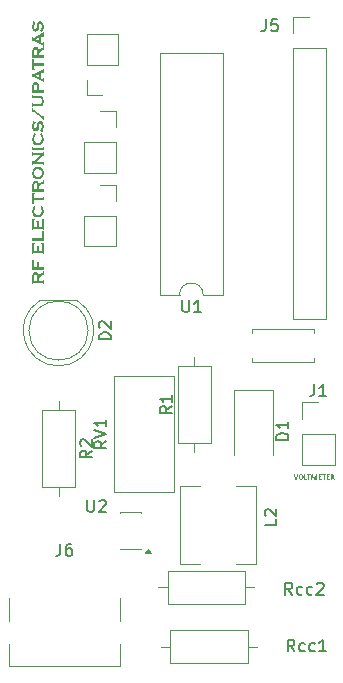
<source format=gbr>
%TF.GenerationSoftware,KiCad,Pcbnew,9.0.7*%
%TF.CreationDate,2026-02-13T16:28:25+02:00*%
%TF.ProjectId,second,7365636f-6e64-42e6-9b69-6361645f7063,rev?*%
%TF.SameCoordinates,Original*%
%TF.FileFunction,Legend,Top*%
%TF.FilePolarity,Positive*%
%FSLAX46Y46*%
G04 Gerber Fmt 4.6, Leading zero omitted, Abs format (unit mm)*
G04 Created by KiCad (PCBNEW 9.0.7) date 2026-02-13 16:28:25*
%MOMM*%
%LPD*%
G01*
G04 APERTURE LIST*
%ADD10C,0.125000*%
%ADD11C,0.200000*%
%ADD12C,0.150000*%
%ADD13C,0.120000*%
G04 APERTURE END LIST*
D10*
G36*
X111168117Y-129599215D02*
G01*
X111163660Y-129608619D01*
X111154775Y-129614053D01*
X111138045Y-129616434D01*
X111110415Y-129616953D01*
X111086998Y-129616770D01*
X111070450Y-129615915D01*
X111059337Y-129613900D01*
X111052163Y-129610481D01*
X111047736Y-129605535D01*
X111044836Y-129598177D01*
X110913311Y-129206931D01*
X110908365Y-129187483D01*
X110908855Y-129181019D01*
X110911784Y-129176736D01*
X110916963Y-129174029D01*
X110926286Y-129172309D01*
X110954985Y-129171454D01*
X110979592Y-129172157D01*
X110993239Y-129174538D01*
X110999895Y-129179637D01*
X111003497Y-129188155D01*
X111111086Y-129528599D01*
X111111422Y-129528599D01*
X111216966Y-129189864D01*
X111220385Y-129180491D01*
X111227377Y-129174874D01*
X111241573Y-129172157D01*
X111266852Y-129171454D01*
X111291246Y-129172493D01*
X111299036Y-129174418D01*
X111303214Y-129177438D01*
X111305291Y-129181898D01*
X111305259Y-129188521D01*
X111299978Y-129207602D01*
X111168117Y-129599215D01*
G37*
G36*
X111574173Y-129167183D02*
G01*
X111603557Y-129171717D01*
X111629492Y-129178904D01*
X111654035Y-129189540D01*
X111675322Y-129203167D01*
X111693728Y-129219845D01*
X111709174Y-129239363D01*
X111722173Y-129262456D01*
X111732654Y-129289637D01*
X111739702Y-129318019D01*
X111744212Y-129350950D01*
X111745812Y-129389075D01*
X111744190Y-129425547D01*
X111739542Y-129458162D01*
X111732135Y-129487352D01*
X111721308Y-129515308D01*
X111707752Y-129539688D01*
X111691499Y-129560900D01*
X111672235Y-129579316D01*
X111650090Y-129594643D01*
X111624729Y-129606970D01*
X111597762Y-129615544D01*
X111567258Y-129620929D01*
X111532680Y-129622815D01*
X111498436Y-129621192D01*
X111468611Y-129616593D01*
X111442646Y-129609351D01*
X111418125Y-129598604D01*
X111396912Y-129584915D01*
X111378624Y-129568227D01*
X111363338Y-129548700D01*
X111350497Y-129525457D01*
X111340186Y-129497946D01*
X111333346Y-129469240D01*
X111328955Y-129435789D01*
X111327394Y-129396921D01*
X111327586Y-129392677D01*
X111421672Y-129392677D01*
X111423114Y-129427824D01*
X111427137Y-129457524D01*
X111434702Y-129484789D01*
X111445577Y-129506708D01*
X111460760Y-129524694D01*
X111480412Y-129537849D01*
X111503997Y-129545669D01*
X111535397Y-129548565D01*
X111566762Y-129545291D01*
X111590749Y-129536323D01*
X111610828Y-129521825D01*
X111626591Y-129502953D01*
X111638098Y-129480505D01*
X111645887Y-129453769D01*
X111650087Y-129425159D01*
X111651535Y-129394021D01*
X111650103Y-129360132D01*
X111646070Y-129330884D01*
X111638468Y-129303952D01*
X111627446Y-129282219D01*
X111612168Y-129264304D01*
X111592459Y-129250925D01*
X111568888Y-129242825D01*
X111537809Y-129239842D01*
X111506457Y-129243163D01*
X111482458Y-129252268D01*
X111462341Y-129266824D01*
X111446584Y-129285455D01*
X111435094Y-129307571D01*
X111427289Y-129333968D01*
X111423108Y-129362174D01*
X111421672Y-129392677D01*
X111327586Y-129392677D01*
X111329004Y-129361400D01*
X111333634Y-129329412D01*
X111341041Y-129300567D01*
X111351873Y-129272939D01*
X111365436Y-129248787D01*
X111381707Y-129227722D01*
X111400956Y-129209385D01*
X111423102Y-129194056D01*
X111448477Y-129181652D01*
X111475457Y-129172967D01*
X111506066Y-129167507D01*
X111540862Y-129165593D01*
X111574173Y-129167183D01*
G37*
G36*
X112064427Y-129577356D02*
G01*
X112063572Y-129594636D01*
X112061008Y-129606298D01*
X112056734Y-129612954D01*
X112050750Y-129615000D01*
X111848211Y-129615000D01*
X111837689Y-129613291D01*
X111829221Y-129608344D01*
X111823681Y-129600162D01*
X111821558Y-129586667D01*
X111821558Y-129185773D01*
X111823756Y-129179667D01*
X111831114Y-129175210D01*
X111844945Y-129172493D01*
X111866652Y-129171454D01*
X111888511Y-129172493D01*
X111902189Y-129175210D01*
X111909516Y-129179637D01*
X111911745Y-129185773D01*
X111911745Y-129540750D01*
X112050750Y-129540750D01*
X112056734Y-129542643D01*
X112061008Y-129548779D01*
X112063572Y-129560075D01*
X112064427Y-129577356D01*
G37*
G36*
X112360389Y-129210717D02*
G01*
X112359534Y-129227814D01*
X112356969Y-129239201D01*
X112352695Y-129245582D01*
X112347077Y-129247658D01*
X112236405Y-129247658D01*
X112236405Y-129602665D01*
X112234176Y-129608802D01*
X112226849Y-129613229D01*
X112212988Y-129615915D01*
X112191311Y-129616953D01*
X112169604Y-129615915D01*
X112155774Y-129613229D01*
X112148416Y-129608802D01*
X112146218Y-129602665D01*
X112146218Y-129247658D01*
X112035546Y-129247658D01*
X112029745Y-129245582D01*
X112025654Y-129239201D01*
X112023089Y-129227814D01*
X112022234Y-129210717D01*
X112023089Y-129193101D01*
X112025654Y-129181530D01*
X112029745Y-129175301D01*
X112035546Y-129173408D01*
X112347077Y-129173408D01*
X112352695Y-129175301D01*
X112356969Y-129181530D01*
X112359534Y-129193101D01*
X112360389Y-129210717D01*
G37*
G36*
X112927704Y-129602635D02*
G01*
X112925811Y-129608771D01*
X112919002Y-129613198D01*
X112905844Y-129615915D01*
X112885022Y-129616953D01*
X112864506Y-129615915D01*
X112851530Y-129613198D01*
X112844722Y-129608771D01*
X112842677Y-129602635D01*
X112842677Y-129243750D01*
X112841974Y-129243750D01*
X112713900Y-129602268D01*
X112709442Y-129609626D01*
X112701077Y-129614236D01*
X112687582Y-129616434D01*
X112667768Y-129616953D01*
X112647954Y-129616099D01*
X112634460Y-129613381D01*
X112626094Y-129608771D01*
X112622003Y-129602268D01*
X112498386Y-129243750D01*
X112497684Y-129243750D01*
X112497684Y-129602635D01*
X112495791Y-129608771D01*
X112488799Y-129613198D01*
X112475641Y-129615915D01*
X112454972Y-129616953D01*
X112434486Y-129615915D01*
X112421327Y-129613198D01*
X112414488Y-129608771D01*
X112412626Y-129602635D01*
X112412626Y-129209221D01*
X112415111Y-129193366D01*
X112421846Y-129182629D01*
X112432344Y-129175814D01*
X112446454Y-129173408D01*
X112505194Y-129173408D01*
X112532183Y-129175973D01*
X112542861Y-129179463D01*
X112551661Y-129184521D01*
X112559106Y-129191329D01*
X112565339Y-129200214D01*
X112574895Y-129224241D01*
X112670516Y-129487291D01*
X112671890Y-129487291D01*
X112770930Y-129224913D01*
X112780639Y-129200703D01*
X112792943Y-129184674D01*
X112800538Y-129179462D01*
X112809521Y-129175973D01*
X112831716Y-129173408D01*
X112892197Y-129173408D01*
X112908073Y-129175790D01*
X112919002Y-129182781D01*
X112925475Y-129194047D01*
X112927704Y-129209221D01*
X112927704Y-129602635D01*
G37*
G36*
X113286191Y-129579829D02*
G01*
X113285336Y-129596407D01*
X113282772Y-129607153D01*
X113278497Y-129613137D01*
X113272880Y-129615000D01*
X113050863Y-129615000D01*
X113040341Y-129613291D01*
X113031873Y-129608344D01*
X113026333Y-129600162D01*
X113024210Y-129586667D01*
X113024210Y-129201741D01*
X113026333Y-129188246D01*
X113031873Y-129180064D01*
X113040341Y-129175117D01*
X113050863Y-129173408D01*
X113271506Y-129173408D01*
X113276971Y-129175118D01*
X113281062Y-129181102D01*
X113283627Y-129192032D01*
X113284481Y-129208915D01*
X113283627Y-129225157D01*
X113281062Y-129235904D01*
X113276971Y-129241888D01*
X113271506Y-129243750D01*
X113113725Y-129243750D01*
X113113725Y-129351217D01*
X113247265Y-129351217D01*
X113252882Y-129353110D01*
X113257157Y-129358880D01*
X113259721Y-129369444D01*
X113260576Y-129385594D01*
X113259721Y-129401928D01*
X113257157Y-129412308D01*
X113252882Y-129417926D01*
X113247265Y-129419605D01*
X113113725Y-129419605D01*
X113113725Y-129544658D01*
X113272880Y-129544658D01*
X113278497Y-129546550D01*
X113282772Y-129552504D01*
X113285336Y-129563281D01*
X113286191Y-129579829D01*
G37*
G36*
X113659760Y-129210717D02*
G01*
X113658906Y-129227814D01*
X113656341Y-129239201D01*
X113652067Y-129245582D01*
X113646449Y-129247658D01*
X113535777Y-129247658D01*
X113535777Y-129602665D01*
X113533548Y-129608802D01*
X113526221Y-129613229D01*
X113512360Y-129615915D01*
X113490683Y-129616953D01*
X113468976Y-129615915D01*
X113455146Y-129613229D01*
X113447788Y-129608802D01*
X113445590Y-129602665D01*
X113445590Y-129247658D01*
X113334918Y-129247658D01*
X113329117Y-129245582D01*
X113325026Y-129239201D01*
X113322461Y-129227814D01*
X113321606Y-129210717D01*
X113322461Y-129193101D01*
X113325026Y-129181530D01*
X113329117Y-129175301D01*
X113334918Y-129173408D01*
X113646449Y-129173408D01*
X113652067Y-129175301D01*
X113656341Y-129181530D01*
X113658906Y-129193101D01*
X113659760Y-129210717D01*
G37*
G36*
X113973979Y-129579829D02*
G01*
X113973124Y-129596407D01*
X113970560Y-129607153D01*
X113966285Y-129613137D01*
X113960668Y-129615000D01*
X113738651Y-129615000D01*
X113728129Y-129613291D01*
X113719661Y-129608344D01*
X113714121Y-129600162D01*
X113711998Y-129586667D01*
X113711998Y-129201741D01*
X113714121Y-129188246D01*
X113719661Y-129180064D01*
X113728129Y-129175117D01*
X113738651Y-129173408D01*
X113959294Y-129173408D01*
X113964759Y-129175118D01*
X113968850Y-129181102D01*
X113971414Y-129192032D01*
X113972269Y-129208915D01*
X113971414Y-129225157D01*
X113968850Y-129235904D01*
X113964759Y-129241888D01*
X113959294Y-129243750D01*
X113801513Y-129243750D01*
X113801513Y-129351217D01*
X113935053Y-129351217D01*
X113940670Y-129353110D01*
X113944945Y-129358880D01*
X113947509Y-129369444D01*
X113948364Y-129385594D01*
X113947509Y-129401928D01*
X113944945Y-129412308D01*
X113940670Y-129417926D01*
X113935053Y-129419605D01*
X113801513Y-129419605D01*
X113801513Y-129544658D01*
X113960668Y-129544658D01*
X113966285Y-129546550D01*
X113970560Y-129552504D01*
X113973124Y-129563281D01*
X113973979Y-129579829D01*
G37*
G36*
X114223198Y-129174111D02*
G01*
X114243715Y-129175790D01*
X114269455Y-129180999D01*
X114291678Y-129188704D01*
X114311647Y-129199452D01*
X114327887Y-129212701D01*
X114340951Y-129228769D01*
X114350601Y-129247719D01*
X114356415Y-129268872D01*
X114358478Y-129294095D01*
X114357013Y-129315596D01*
X114352830Y-129334395D01*
X114345827Y-129351726D01*
X114336283Y-129366879D01*
X114324180Y-129380105D01*
X114309294Y-129391670D01*
X114292381Y-129401070D01*
X114272749Y-129408675D01*
X114291342Y-129420338D01*
X114307737Y-129436946D01*
X114322269Y-129459203D01*
X114335580Y-129487474D01*
X114372797Y-129574822D01*
X114379636Y-129593842D01*
X114381345Y-129603245D01*
X114379972Y-129609596D01*
X114373499Y-129613870D01*
X114358448Y-129616251D01*
X114331489Y-129616953D01*
X114308592Y-129616251D01*
X114295097Y-129613687D01*
X114288106Y-129608893D01*
X114284686Y-129601841D01*
X114245058Y-129502617D01*
X114231045Y-129472759D01*
X114223658Y-129460521D01*
X114215871Y-129450960D01*
X114206834Y-129443253D01*
X114196576Y-129437740D01*
X114185102Y-129434453D01*
X114171297Y-129433283D01*
X114143300Y-129433283D01*
X114143300Y-129602543D01*
X114141072Y-129608710D01*
X114133744Y-129613198D01*
X114120067Y-129615915D01*
X114098207Y-129616953D01*
X114076500Y-129615915D01*
X114062670Y-129613198D01*
X114055495Y-129608771D01*
X114053449Y-129602635D01*
X114053449Y-129366849D01*
X114143300Y-129366849D01*
X114189065Y-129366849D01*
X114207524Y-129365631D01*
X114222527Y-129362269D01*
X114235935Y-129356588D01*
X114246432Y-129349324D01*
X114254827Y-129340137D01*
X114260781Y-129329388D01*
X114264337Y-129317318D01*
X114265574Y-129303468D01*
X114262971Y-129282923D01*
X114255652Y-129266679D01*
X114243150Y-129254265D01*
X114223229Y-129245552D01*
X114207689Y-129242834D01*
X114183600Y-129241796D01*
X114143300Y-129241796D01*
X114143300Y-129366849D01*
X114053449Y-129366849D01*
X114053449Y-129201741D01*
X114055572Y-129188246D01*
X114061113Y-129180064D01*
X114069580Y-129175117D01*
X114080102Y-129173408D01*
X114194530Y-129173408D01*
X114223198Y-129174111D01*
G37*
D11*
G36*
X89730000Y-112334237D02*
G01*
X89702950Y-112334237D01*
X89693170Y-112306308D01*
X89679930Y-112299371D01*
X89664889Y-112304498D01*
X89621495Y-112331123D01*
X89347027Y-112519129D01*
X89347027Y-112764776D01*
X89655322Y-112764776D01*
X89673499Y-112762208D01*
X89685914Y-112755312D01*
X89694903Y-112743324D01*
X89703072Y-112721057D01*
X89730000Y-112721057D01*
X89730000Y-113015980D01*
X89703133Y-113015980D01*
X89694460Y-112993137D01*
X89685669Y-112981420D01*
X89673598Y-112974766D01*
X89655505Y-112972260D01*
X88867273Y-112972260D01*
X88848601Y-112974791D01*
X88836498Y-112981420D01*
X88827661Y-112993144D01*
X88818974Y-113015980D01*
X88792107Y-113015980D01*
X88792107Y-112452512D01*
X88948422Y-112452512D01*
X88948422Y-112764776D01*
X89190711Y-112764776D01*
X89190711Y-112452512D01*
X89186620Y-112354509D01*
X89180263Y-112327053D01*
X89169645Y-112302424D01*
X89147078Y-112274849D01*
X89114876Y-112257823D01*
X89069567Y-112251561D01*
X89024258Y-112257823D01*
X88992056Y-112274849D01*
X88969488Y-112302424D01*
X88958385Y-112327523D01*
X88952208Y-112354143D01*
X88948422Y-112452512D01*
X88792107Y-112452512D01*
X88792107Y-112430652D01*
X88795609Y-112329340D01*
X88804441Y-112261086D01*
X88821754Y-112201408D01*
X88847611Y-112151482D01*
X88874250Y-112118310D01*
X88906354Y-112091356D01*
X88944576Y-112070211D01*
X89005273Y-112051184D01*
X89070788Y-112044748D01*
X89134186Y-112050214D01*
X89186879Y-112065582D01*
X89230928Y-112090036D01*
X89267802Y-112123774D01*
X89298241Y-112167981D01*
X89322171Y-112224715D01*
X89338722Y-112296746D01*
X89594628Y-112117533D01*
X89655420Y-112071974D01*
X89681395Y-112047984D01*
X89696170Y-112023743D01*
X89702766Y-111992847D01*
X89730000Y-111992847D01*
X89730000Y-112334237D01*
G37*
G36*
X89319672Y-111633443D02*
G01*
X89654590Y-111633443D01*
X89673408Y-111630850D01*
X89685914Y-111623979D01*
X89694903Y-111611991D01*
X89703072Y-111589724D01*
X89730000Y-111589724D01*
X89730000Y-111884647D01*
X89703133Y-111884647D01*
X89694460Y-111861804D01*
X89685669Y-111850087D01*
X89673516Y-111843456D01*
X89654834Y-111840928D01*
X88867273Y-111840928D01*
X88848601Y-111843458D01*
X88836498Y-111850087D01*
X88827661Y-111861811D01*
X88818974Y-111884647D01*
X88792107Y-111884647D01*
X88792107Y-111057458D01*
X88789691Y-111039331D01*
X88783314Y-111027294D01*
X88771804Y-111018465D01*
X88749120Y-111009769D01*
X88749120Y-110984490D01*
X88991409Y-110984490D01*
X88991409Y-111009769D01*
X88968684Y-111018472D01*
X88957215Y-111027294D01*
X88950839Y-111039331D01*
X88948422Y-111057458D01*
X88948422Y-111633443D01*
X89167264Y-111633443D01*
X89167264Y-111257676D01*
X89164734Y-111238940D01*
X89158105Y-111226779D01*
X89146431Y-111217902D01*
X89124277Y-111209255D01*
X89124277Y-111183975D01*
X89362658Y-111183975D01*
X89362658Y-111209255D01*
X89340462Y-111217909D01*
X89328831Y-111226779D01*
X89322201Y-111238940D01*
X89319672Y-111257676D01*
X89319672Y-111633443D01*
G37*
G36*
X89319672Y-110265683D02*
G01*
X89573684Y-110265683D01*
X89573684Y-109667838D01*
X89571223Y-109649728D01*
X89564708Y-109637674D01*
X89553137Y-109628825D01*
X89530697Y-109620150D01*
X89530697Y-109594870D01*
X89772986Y-109594870D01*
X89772986Y-109620150D01*
X89750546Y-109628825D01*
X89738975Y-109637674D01*
X89732461Y-109649728D01*
X89730000Y-109667838D01*
X89730000Y-110516887D01*
X89703133Y-110516887D01*
X89694460Y-110494044D01*
X89685669Y-110482327D01*
X89673516Y-110475696D01*
X89654834Y-110473168D01*
X88867273Y-110473168D01*
X88848601Y-110475698D01*
X88836498Y-110482327D01*
X88827661Y-110494051D01*
X88818974Y-110516887D01*
X88792107Y-110516887D01*
X88792107Y-109684263D01*
X88789599Y-109666117D01*
X88782948Y-109654038D01*
X88771274Y-109645162D01*
X88749120Y-109636514D01*
X88749120Y-109611235D01*
X88991409Y-109611235D01*
X88991409Y-109636514D01*
X88969213Y-109645168D01*
X88957581Y-109654038D01*
X88950930Y-109666117D01*
X88948422Y-109684263D01*
X88948422Y-110265683D01*
X89167264Y-110265683D01*
X89167264Y-109889183D01*
X89164803Y-109871073D01*
X89158288Y-109859019D01*
X89146717Y-109850170D01*
X89124277Y-109841495D01*
X89124277Y-109816215D01*
X89362658Y-109816215D01*
X89362658Y-109841495D01*
X89340748Y-109850121D01*
X89329014Y-109859019D01*
X89322222Y-109871107D01*
X89319672Y-109889183D01*
X89319672Y-110265683D01*
G37*
G36*
X89573684Y-109202739D02*
G01*
X89573684Y-108631577D01*
X89571199Y-108612824D01*
X89564708Y-108600680D01*
X89553137Y-108591831D01*
X89530697Y-108583155D01*
X89530697Y-108557876D01*
X89772986Y-108557876D01*
X89772986Y-108583155D01*
X89750546Y-108591831D01*
X89738975Y-108600680D01*
X89732484Y-108612824D01*
X89730000Y-108631577D01*
X89730000Y-109453942D01*
X89703133Y-109453942D01*
X89694460Y-109431099D01*
X89685669Y-109419382D01*
X89673516Y-109412751D01*
X89654834Y-109410223D01*
X88867273Y-109410223D01*
X88848601Y-109412753D01*
X88836498Y-109419382D01*
X88827661Y-109431106D01*
X88818974Y-109453942D01*
X88792107Y-109453942D01*
X88792107Y-109159019D01*
X88819035Y-109159019D01*
X88827265Y-109181810D01*
X88836254Y-109193640D01*
X88848667Y-109200235D01*
X88867456Y-109202739D01*
X89573684Y-109202739D01*
G37*
G36*
X89319672Y-108213066D02*
G01*
X89573684Y-108213066D01*
X89573684Y-107615221D01*
X89571223Y-107597111D01*
X89564708Y-107585057D01*
X89553137Y-107576208D01*
X89530697Y-107567533D01*
X89530697Y-107542254D01*
X89772986Y-107542254D01*
X89772986Y-107567533D01*
X89750546Y-107576208D01*
X89738975Y-107585057D01*
X89732461Y-107597111D01*
X89730000Y-107615221D01*
X89730000Y-108464270D01*
X89703133Y-108464270D01*
X89694460Y-108441427D01*
X89685669Y-108429710D01*
X89673516Y-108423079D01*
X89654834Y-108420551D01*
X88867273Y-108420551D01*
X88848601Y-108423081D01*
X88836498Y-108429710D01*
X88827661Y-108441434D01*
X88818974Y-108464270D01*
X88792107Y-108464270D01*
X88792107Y-107631646D01*
X88789599Y-107613500D01*
X88782948Y-107601421D01*
X88771274Y-107592545D01*
X88749120Y-107583897D01*
X88749120Y-107558618D01*
X88991409Y-107558618D01*
X88991409Y-107583897D01*
X88969213Y-107592551D01*
X88957581Y-107601421D01*
X88950930Y-107613500D01*
X88948422Y-107631646D01*
X88948422Y-108213066D01*
X89167264Y-108213066D01*
X89167264Y-107836566D01*
X89164803Y-107818456D01*
X89158288Y-107806402D01*
X89146717Y-107797553D01*
X89124277Y-107788878D01*
X89124277Y-107763599D01*
X89362658Y-107763599D01*
X89362658Y-107788878D01*
X89340748Y-107797504D01*
X89329014Y-107806402D01*
X89322222Y-107818491D01*
X89319672Y-107836566D01*
X89319672Y-108213066D01*
G37*
G36*
X89402409Y-106495123D02*
G01*
X89601528Y-106363110D01*
X89615877Y-106383749D01*
X89601149Y-106403191D01*
X89597559Y-106415012D01*
X89602673Y-106431288D01*
X89630165Y-106483033D01*
X89689964Y-106597618D01*
X89721939Y-106681236D01*
X89739266Y-106765833D01*
X89745631Y-106872662D01*
X89738406Y-106983371D01*
X89717862Y-107079398D01*
X89685166Y-107162967D01*
X89640729Y-107235912D01*
X89596607Y-107287919D01*
X89546245Y-107331647D01*
X89489115Y-107367620D01*
X89418278Y-107398298D01*
X89342516Y-107416861D01*
X89260687Y-107423185D01*
X89176994Y-107416740D01*
X89100644Y-107397941D01*
X89030348Y-107367073D01*
X88965092Y-107323717D01*
X88909060Y-107271404D01*
X88863057Y-107211397D01*
X88826540Y-107142847D01*
X88799500Y-107064517D01*
X88782465Y-106974843D01*
X88776475Y-106871990D01*
X88782731Y-106765253D01*
X88799678Y-106681542D01*
X88831108Y-106598642D01*
X88890903Y-106483033D01*
X88917655Y-106431365D01*
X88922655Y-106415012D01*
X88919075Y-106403187D01*
X88904398Y-106383749D01*
X88918625Y-106363110D01*
X89116461Y-106495062D01*
X89102662Y-106516128D01*
X89083611Y-106514602D01*
X89065962Y-106518530D01*
X89048196Y-106531332D01*
X89031566Y-106551908D01*
X89007468Y-106591477D01*
X88970147Y-106673876D01*
X88948016Y-106758572D01*
X88940607Y-106846711D01*
X88946127Y-106926313D01*
X88961692Y-106993858D01*
X88986295Y-107051323D01*
X89019619Y-107100296D01*
X89069665Y-107149258D01*
X89125653Y-107183557D01*
X89188817Y-107204396D01*
X89261053Y-107211610D01*
X89333290Y-107204396D01*
X89396453Y-107183557D01*
X89452442Y-107149258D01*
X89502487Y-107100296D01*
X89535812Y-107051323D01*
X89560414Y-106993858D01*
X89575980Y-106926313D01*
X89581500Y-106846711D01*
X89573964Y-106758629D01*
X89551442Y-106673963D01*
X89513417Y-106591538D01*
X89488870Y-106551968D01*
X89471957Y-106531332D01*
X89453885Y-106518542D01*
X89435870Y-106514602D01*
X89417247Y-106516128D01*
X89402409Y-106495123D01*
G37*
G36*
X88948422Y-105733269D02*
G01*
X89654651Y-105733269D01*
X89673401Y-105730756D01*
X89685608Y-105724171D01*
X89694449Y-105712396D01*
X89703133Y-105689549D01*
X89730000Y-105689549D01*
X89730000Y-105984473D01*
X89703133Y-105984473D01*
X89694446Y-105961637D01*
X89685608Y-105949912D01*
X89673396Y-105943281D01*
X89654651Y-105940753D01*
X88948422Y-105940753D01*
X88948422Y-106228410D01*
X88950840Y-106246591D01*
X88957215Y-106258635D01*
X88968684Y-106267457D01*
X88991409Y-106276160D01*
X88991409Y-106301439D01*
X88749120Y-106301439D01*
X88749120Y-106276160D01*
X88771861Y-106267009D01*
X88783314Y-106258330D01*
X88789678Y-106246543D01*
X88792107Y-106228410D01*
X88792107Y-105446284D01*
X88789667Y-105427513D01*
X88783314Y-105415387D01*
X88771804Y-105406558D01*
X88749120Y-105397862D01*
X88749120Y-105372583D01*
X88991409Y-105372583D01*
X88991409Y-105397862D01*
X88968684Y-105406565D01*
X88957215Y-105415387D01*
X88950862Y-105427513D01*
X88948422Y-105446284D01*
X88948422Y-105733269D01*
G37*
G36*
X89730000Y-104601509D02*
G01*
X89702950Y-104601509D01*
X89693170Y-104573580D01*
X89679930Y-104566643D01*
X89664889Y-104571769D01*
X89621495Y-104598394D01*
X89347027Y-104786400D01*
X89347027Y-105032048D01*
X89655322Y-105032048D01*
X89673499Y-105029479D01*
X89685914Y-105022583D01*
X89694903Y-105010595D01*
X89703072Y-104988328D01*
X89730000Y-104988328D01*
X89730000Y-105283251D01*
X89703133Y-105283251D01*
X89694460Y-105260408D01*
X89685669Y-105248691D01*
X89673598Y-105242038D01*
X89655505Y-105239532D01*
X88867273Y-105239532D01*
X88848601Y-105242062D01*
X88836498Y-105248691D01*
X88827661Y-105260416D01*
X88818974Y-105283251D01*
X88792107Y-105283251D01*
X88792107Y-104719783D01*
X88948422Y-104719783D01*
X88948422Y-105032048D01*
X89190711Y-105032048D01*
X89190711Y-104719783D01*
X89186620Y-104621781D01*
X89180263Y-104594324D01*
X89169645Y-104569696D01*
X89147078Y-104542120D01*
X89114876Y-104525094D01*
X89069567Y-104518832D01*
X89024258Y-104525094D01*
X88992056Y-104542120D01*
X88969488Y-104569696D01*
X88958385Y-104594795D01*
X88952208Y-104621414D01*
X88948422Y-104719783D01*
X88792107Y-104719783D01*
X88792107Y-104697923D01*
X88795609Y-104596611D01*
X88804441Y-104528358D01*
X88821754Y-104468679D01*
X88847611Y-104418754D01*
X88874250Y-104385582D01*
X88906354Y-104358628D01*
X88944576Y-104337482D01*
X89005273Y-104318456D01*
X89070788Y-104312020D01*
X89134186Y-104317485D01*
X89186879Y-104332853D01*
X89230928Y-104357308D01*
X89267802Y-104391046D01*
X89298241Y-104435253D01*
X89322171Y-104491986D01*
X89338722Y-104564017D01*
X89594628Y-104384804D01*
X89655420Y-104339245D01*
X89681395Y-104315256D01*
X89696170Y-104291015D01*
X89702766Y-104260118D01*
X89730000Y-104260118D01*
X89730000Y-104601509D01*
G37*
G36*
X89333011Y-103111416D02*
G01*
X89396511Y-103124947D01*
X89457975Y-103147532D01*
X89517936Y-103179588D01*
X89586433Y-103230979D01*
X89641996Y-103291182D01*
X89685756Y-103361010D01*
X89718059Y-103441892D01*
X89738436Y-103535780D01*
X89745631Y-103645054D01*
X89739727Y-103743112D01*
X89722877Y-103829193D01*
X89696005Y-103904976D01*
X89659524Y-103971882D01*
X89613312Y-104031018D01*
X89563130Y-104078047D01*
X89506848Y-104116791D01*
X89443808Y-104147583D01*
X89384909Y-104166983D01*
X89324035Y-104178644D01*
X89260687Y-104182571D01*
X89191276Y-104177984D01*
X89125711Y-104164446D01*
X89063311Y-104142043D01*
X89003499Y-104110519D01*
X88936798Y-104060728D01*
X88882208Y-104001685D01*
X88838730Y-103932499D01*
X88806126Y-103851654D01*
X88784942Y-103757111D01*
X88776475Y-103646397D01*
X88776515Y-103645725D01*
X88940607Y-103645725D01*
X88945798Y-103711059D01*
X88960750Y-103768805D01*
X88985017Y-103820272D01*
X89018825Y-103866460D01*
X89068473Y-103912094D01*
X89124443Y-103944370D01*
X89188012Y-103964128D01*
X89261053Y-103970996D01*
X89334094Y-103964128D01*
X89397663Y-103944370D01*
X89453633Y-103912094D01*
X89503281Y-103866460D01*
X89537033Y-103820287D01*
X89561305Y-103768624D01*
X89576289Y-103710438D01*
X89581500Y-103644382D01*
X89576279Y-103578313D01*
X89561283Y-103520251D01*
X89537011Y-103468822D01*
X89503281Y-103422976D01*
X89470112Y-103390997D01*
X89432284Y-103364375D01*
X89389281Y-103342925D01*
X89328152Y-103324545D01*
X89265144Y-103318440D01*
X89188469Y-103325464D01*
X89123218Y-103345460D01*
X89067179Y-103377759D01*
X89018825Y-103422976D01*
X88985603Y-103469386D01*
X88961487Y-103521270D01*
X88946333Y-103579622D01*
X88940607Y-103645725D01*
X88776515Y-103645725D01*
X88782399Y-103547420D01*
X88799288Y-103460718D01*
X88826187Y-103384570D01*
X88862656Y-103317516D01*
X88908794Y-103258417D01*
X88967485Y-103203847D01*
X89031678Y-103161924D01*
X89102156Y-103131789D01*
X89180067Y-103113266D01*
X89266854Y-103106864D01*
X89333011Y-103111416D01*
G37*
G36*
X89093686Y-102738607D02*
G01*
X89654834Y-102738607D01*
X89673521Y-102736094D01*
X89685669Y-102729509D01*
X89694463Y-102717742D01*
X89703133Y-102694888D01*
X89730000Y-102694888D01*
X89730000Y-102972714D01*
X89703133Y-102972714D01*
X89694460Y-102949871D01*
X89685669Y-102938154D01*
X89673516Y-102931523D01*
X89654834Y-102928995D01*
X88866601Y-102928995D01*
X88848518Y-102931503D01*
X88836498Y-102938154D01*
X88827661Y-102949878D01*
X88818974Y-102972714D01*
X88792107Y-102972714D01*
X88792107Y-102651840D01*
X88819035Y-102651840D01*
X88830946Y-102674524D01*
X88848893Y-102681210D01*
X88864117Y-102677221D01*
X88883698Y-102662648D01*
X89414071Y-102151631D01*
X88866601Y-102151631D01*
X88848518Y-102154139D01*
X88836498Y-102160790D01*
X88827661Y-102172514D01*
X88818974Y-102195350D01*
X88792107Y-102195350D01*
X88792107Y-101917463D01*
X88818974Y-101917463D01*
X88827657Y-101940310D01*
X88836498Y-101952084D01*
X88848512Y-101958689D01*
X88866601Y-101961182D01*
X89654834Y-101961182D01*
X89673521Y-101958669D01*
X89685669Y-101952084D01*
X89694463Y-101940317D01*
X89703133Y-101917463D01*
X89730000Y-101917463D01*
X89730000Y-102215134D01*
X89703011Y-102215134D01*
X89692338Y-102192952D01*
X89675289Y-102186435D01*
X89661049Y-102192099D01*
X89628883Y-102219347D01*
X89093686Y-102738607D01*
G37*
G36*
X89654834Y-101708757D02*
G01*
X88866601Y-101708757D01*
X88848518Y-101711265D01*
X88836498Y-101717916D01*
X88827661Y-101729641D01*
X88818974Y-101752477D01*
X88792107Y-101752477D01*
X88792107Y-101457554D01*
X88819035Y-101457554D01*
X88827251Y-101480351D01*
X88836193Y-101492175D01*
X88848464Y-101498791D01*
X88866601Y-101501273D01*
X89654834Y-101501273D01*
X89673535Y-101498682D01*
X89685975Y-101491809D01*
X89694917Y-101479828D01*
X89703072Y-101457554D01*
X89730000Y-101457554D01*
X89730000Y-101752477D01*
X89703133Y-101752477D01*
X89694460Y-101729634D01*
X89685669Y-101717916D01*
X89673516Y-101711285D01*
X89654834Y-101708757D01*
G37*
G36*
X89402409Y-100388075D02*
G01*
X89601528Y-100256062D01*
X89615877Y-100276700D01*
X89601149Y-100296143D01*
X89597559Y-100307964D01*
X89602673Y-100324240D01*
X89630165Y-100375985D01*
X89689964Y-100490570D01*
X89721939Y-100574188D01*
X89739266Y-100658785D01*
X89745631Y-100765614D01*
X89738406Y-100876323D01*
X89717862Y-100972350D01*
X89685166Y-101055918D01*
X89640729Y-101128864D01*
X89596607Y-101180871D01*
X89546245Y-101224599D01*
X89489115Y-101260572D01*
X89418278Y-101291250D01*
X89342516Y-101309813D01*
X89260687Y-101316137D01*
X89176994Y-101309691D01*
X89100644Y-101290893D01*
X89030348Y-101260024D01*
X88965092Y-101216669D01*
X88909060Y-101164355D01*
X88863057Y-101104349D01*
X88826540Y-101035799D01*
X88799500Y-100957469D01*
X88782465Y-100867795D01*
X88776475Y-100764942D01*
X88782731Y-100658205D01*
X88799678Y-100574494D01*
X88831108Y-100491594D01*
X88890903Y-100375985D01*
X88917655Y-100324317D01*
X88922655Y-100307964D01*
X88919075Y-100296139D01*
X88904398Y-100276700D01*
X88918625Y-100256062D01*
X89116461Y-100388014D01*
X89102662Y-100409080D01*
X89083611Y-100407554D01*
X89065962Y-100411482D01*
X89048196Y-100424284D01*
X89031566Y-100444860D01*
X89007468Y-100484429D01*
X88970147Y-100566828D01*
X88948016Y-100651524D01*
X88940607Y-100739663D01*
X88946127Y-100819265D01*
X88961692Y-100886810D01*
X88986295Y-100944275D01*
X89019619Y-100993248D01*
X89069665Y-101042209D01*
X89125653Y-101076508D01*
X89188817Y-101097348D01*
X89261053Y-101104562D01*
X89333290Y-101097348D01*
X89396453Y-101076508D01*
X89452442Y-101042209D01*
X89502487Y-100993248D01*
X89535812Y-100944275D01*
X89560414Y-100886810D01*
X89575980Y-100819265D01*
X89581500Y-100739663D01*
X89573964Y-100651580D01*
X89551442Y-100566915D01*
X89513417Y-100484490D01*
X89488870Y-100444920D01*
X89471957Y-100424284D01*
X89453885Y-100411493D01*
X89435870Y-100407554D01*
X89417247Y-100409080D01*
X89402409Y-100388075D01*
G37*
G36*
X88874050Y-99247827D02*
G01*
X89097777Y-99360973D01*
X89085198Y-99383016D01*
X89073230Y-99382161D01*
X89052535Y-99389950D01*
X89024931Y-99420935D01*
X88988459Y-99483272D01*
X88962227Y-99550822D01*
X88946140Y-99624500D01*
X88940607Y-99705416D01*
X88945242Y-99775068D01*
X88958131Y-99832545D01*
X88975243Y-99869079D01*
X88998248Y-99896842D01*
X89026608Y-99915441D01*
X89056072Y-99921327D01*
X89085533Y-99914846D01*
X89108205Y-99895479D01*
X89125437Y-99859228D01*
X89133845Y-99817234D01*
X89145771Y-99718850D01*
X89156700Y-99611627D01*
X89169615Y-99520492D01*
X89184727Y-99456472D01*
X89206460Y-99399819D01*
X89234797Y-99351081D01*
X89273495Y-99309443D01*
X89323518Y-99277076D01*
X89380219Y-99256681D01*
X89440938Y-99249842D01*
X89504594Y-99256983D01*
X89562683Y-99278079D01*
X89616732Y-99313773D01*
X89657314Y-99356623D01*
X89692058Y-99415169D01*
X89720352Y-99493108D01*
X89739160Y-99585640D01*
X89745631Y-99686976D01*
X89740145Y-99778361D01*
X89723606Y-99869480D01*
X89695666Y-99960934D01*
X89655689Y-100053279D01*
X89637920Y-100098220D01*
X89640740Y-100107274D01*
X89653429Y-100126003D01*
X89641706Y-100148534D01*
X89408698Y-100045891D01*
X89419628Y-100023176D01*
X89429764Y-100023176D01*
X89457583Y-100016466D01*
X89484963Y-99994478D01*
X89507942Y-99963066D01*
X89530718Y-99918602D01*
X89552923Y-99857763D01*
X89574629Y-99765880D01*
X89581500Y-99682152D01*
X89577819Y-99622447D01*
X89567440Y-99571479D01*
X89551092Y-99527913D01*
X89531301Y-99496029D01*
X89506639Y-99472042D01*
X89477774Y-99456184D01*
X89448937Y-99451160D01*
X89422231Y-99456409D01*
X89401334Y-99471857D01*
X89384884Y-99499825D01*
X89373474Y-99543380D01*
X89359849Y-99639959D01*
X89348981Y-99745167D01*
X89328098Y-99895071D01*
X89315321Y-99938510D01*
X89296224Y-99982876D01*
X89272128Y-100021677D01*
X89241368Y-100054344D01*
X89203290Y-100081428D01*
X89164997Y-100099170D01*
X89122642Y-100110038D01*
X89075368Y-100113790D01*
X89017360Y-100108461D01*
X88966071Y-100093040D01*
X88920177Y-100067739D01*
X88878752Y-100031908D01*
X88844075Y-99988113D01*
X88816061Y-99935711D01*
X88794913Y-99873271D01*
X88781330Y-99799009D01*
X88776475Y-99710851D01*
X88781225Y-99622982D01*
X88794916Y-99543789D01*
X88819113Y-99462444D01*
X88862632Y-99350837D01*
X88878447Y-99303026D01*
X88875030Y-99289306D01*
X88862144Y-99269809D01*
X88874050Y-99247827D01*
G37*
G36*
X88914839Y-98292594D02*
G01*
X89623998Y-98841835D01*
X89654164Y-98862122D01*
X89669122Y-98866687D01*
X89683264Y-98862819D01*
X89694484Y-98850553D01*
X89703011Y-98825715D01*
X89730000Y-98825715D01*
X89730000Y-99149275D01*
X89702950Y-99149275D01*
X89694225Y-99115450D01*
X89681517Y-99093100D01*
X89659491Y-99071113D01*
X89605191Y-99026605D01*
X88912458Y-98488293D01*
X88876380Y-98464128D01*
X88858419Y-98458679D01*
X88842326Y-98462691D01*
X88829366Y-98475172D01*
X88819035Y-98499651D01*
X88792107Y-98499651D01*
X88792107Y-98176029D01*
X88819218Y-98176029D01*
X88826849Y-98208943D01*
X88837170Y-98227808D01*
X88857099Y-98246793D01*
X88914839Y-98292594D01*
G37*
G36*
X88867334Y-97095987D02*
G01*
X89389464Y-97095987D01*
X89465716Y-97100156D01*
X89526558Y-97111535D01*
X89574703Y-97128764D01*
X89612458Y-97151003D01*
X89648695Y-97184600D01*
X89680038Y-97228715D01*
X89706372Y-97285370D01*
X89726986Y-97357180D01*
X89740637Y-97447244D01*
X89745631Y-97559071D01*
X89740195Y-97673865D01*
X89725295Y-97766838D01*
X89702698Y-97841521D01*
X89673640Y-97901011D01*
X89641890Y-97943101D01*
X89604068Y-97974891D01*
X89559396Y-97997426D01*
X89511158Y-98011398D01*
X89454927Y-98020328D01*
X89389464Y-98023499D01*
X88867334Y-98023499D01*
X88848608Y-98026031D01*
X88836498Y-98032658D01*
X88827661Y-98044383D01*
X88818974Y-98067219D01*
X88792107Y-98067219D01*
X88792107Y-97771624D01*
X88819035Y-97771624D01*
X88827187Y-97794530D01*
X88836132Y-97806612D01*
X88848514Y-97813436D01*
X88867212Y-97816015D01*
X89330846Y-97816015D01*
X89405710Y-97813401D01*
X89449059Y-97807222D01*
X89484431Y-97794351D01*
X89512684Y-97774188D01*
X89540398Y-97739867D01*
X89561847Y-97693568D01*
X89576168Y-97632124D01*
X89581500Y-97551561D01*
X89576159Y-97470582D01*
X89561823Y-97408910D01*
X89540372Y-97362519D01*
X89512684Y-97328201D01*
X89484539Y-97308615D01*
X89449120Y-97295900D01*
X89405718Y-97289719D01*
X89330846Y-97287107D01*
X88867212Y-97287107D01*
X88848540Y-97289637D01*
X88836437Y-97296266D01*
X88827647Y-97307983D01*
X88818974Y-97330826D01*
X88792107Y-97330826D01*
X88792107Y-97052267D01*
X88818974Y-97052267D01*
X88827657Y-97075115D01*
X88836498Y-97086889D01*
X88848602Y-97093470D01*
X88867334Y-97095987D01*
G37*
G36*
X89132897Y-95959082D02*
G01*
X89188027Y-95976085D01*
X89237911Y-96004160D01*
X89274918Y-96036724D01*
X89303832Y-96075320D01*
X89325167Y-96120786D01*
X89338420Y-96169957D01*
X89347514Y-96235950D01*
X89350935Y-96322714D01*
X89350935Y-96655495D01*
X89655566Y-96655495D01*
X89673626Y-96652928D01*
X89685975Y-96646031D01*
X89694952Y-96634041D01*
X89703072Y-96611775D01*
X89730000Y-96611775D01*
X89730000Y-96906699D01*
X89703133Y-96906699D01*
X89694460Y-96883856D01*
X89685669Y-96872138D01*
X89673598Y-96865485D01*
X89655505Y-96862979D01*
X88867273Y-96862979D01*
X88848601Y-96865510D01*
X88836498Y-96872138D01*
X88827661Y-96883863D01*
X88818974Y-96906699D01*
X88792107Y-96906699D01*
X88792107Y-96346650D01*
X88948422Y-96346650D01*
X88948422Y-96655495D01*
X89194619Y-96655495D01*
X89194619Y-96346650D01*
X89191750Y-96284342D01*
X89184556Y-96243042D01*
X89174774Y-96217079D01*
X89158491Y-96196350D01*
X89133620Y-96179282D01*
X89104151Y-96168495D01*
X89071154Y-96164811D01*
X89038793Y-96168475D01*
X89009422Y-96179282D01*
X88984551Y-96196350D01*
X88968267Y-96217079D01*
X88958519Y-96242639D01*
X88951311Y-96283848D01*
X88948422Y-96346650D01*
X88792107Y-96346650D01*
X88792107Y-96322714D01*
X88796006Y-96225910D01*
X88805846Y-96160598D01*
X88824814Y-96103529D01*
X88853351Y-96054474D01*
X88893716Y-96012388D01*
X88945858Y-95980041D01*
X89006674Y-95959963D01*
X89071154Y-95953236D01*
X89132897Y-95959082D01*
G37*
G36*
X89730000Y-95168850D02*
G01*
X89702950Y-95168850D01*
X89694158Y-95142114D01*
X89680848Y-95128352D01*
X89662405Y-95123787D01*
X89647267Y-95126495D01*
X89621128Y-95137281D01*
X89491618Y-95200907D01*
X89491618Y-95622042D01*
X89621128Y-95684324D01*
X89646829Y-95694432D01*
X89663138Y-95697086D01*
X89678924Y-95692811D01*
X89692120Y-95679103D01*
X89703072Y-95651352D01*
X89730000Y-95651352D01*
X89730000Y-95964043D01*
X89703011Y-95964043D01*
X89694913Y-95938134D01*
X89684021Y-95921667D01*
X89666897Y-95908246D01*
X89631448Y-95889366D01*
X88916182Y-95546449D01*
X88883741Y-95533622D01*
X88862510Y-95530207D01*
X88845149Y-95534188D01*
X88830843Y-95546431D01*
X88818913Y-95569836D01*
X88792107Y-95569836D01*
X88792107Y-95409429D01*
X89036167Y-95409429D01*
X89358750Y-95559394D01*
X89358750Y-95261540D01*
X89036167Y-95409429D01*
X88792107Y-95409429D01*
X88792107Y-95235345D01*
X88818974Y-95235345D01*
X88829603Y-95259522D01*
X88842371Y-95271758D01*
X88857747Y-95275645D01*
X88877362Y-95272743D01*
X88901894Y-95262822D01*
X89619174Y-94907632D01*
X89660303Y-94884762D01*
X89680968Y-94868553D01*
X89694283Y-94849282D01*
X89702950Y-94822025D01*
X89730000Y-94822025D01*
X89730000Y-95168850D01*
G37*
G36*
X88948422Y-94352529D02*
G01*
X89654651Y-94352529D01*
X89673401Y-94350016D01*
X89685608Y-94343431D01*
X89694449Y-94331657D01*
X89703133Y-94308810D01*
X89730000Y-94308810D01*
X89730000Y-94603733D01*
X89703133Y-94603733D01*
X89694446Y-94580897D01*
X89685608Y-94569173D01*
X89673396Y-94562541D01*
X89654651Y-94560013D01*
X88948422Y-94560013D01*
X88948422Y-94847670D01*
X88950840Y-94865851D01*
X88957215Y-94877896D01*
X88968684Y-94886718D01*
X88991409Y-94895420D01*
X88991409Y-94920699D01*
X88749120Y-94920699D01*
X88749120Y-94895420D01*
X88771861Y-94886269D01*
X88783314Y-94877590D01*
X88789678Y-94865803D01*
X88792107Y-94847670D01*
X88792107Y-94065544D01*
X88789667Y-94046773D01*
X88783314Y-94034647D01*
X88771804Y-94025819D01*
X88749120Y-94017123D01*
X88749120Y-93991844D01*
X88991409Y-93991844D01*
X88991409Y-94017123D01*
X88968684Y-94025825D01*
X88957215Y-94034647D01*
X88950862Y-94046773D01*
X88948422Y-94065544D01*
X88948422Y-94352529D01*
G37*
G36*
X89730000Y-93271571D02*
G01*
X89702950Y-93271571D01*
X89693170Y-93243643D01*
X89679930Y-93236706D01*
X89664889Y-93241832D01*
X89621495Y-93268457D01*
X89347027Y-93456463D01*
X89347027Y-93702110D01*
X89655322Y-93702110D01*
X89673499Y-93699542D01*
X89685914Y-93692646D01*
X89694903Y-93680658D01*
X89703072Y-93658391D01*
X89730000Y-93658391D01*
X89730000Y-93953314D01*
X89703133Y-93953314D01*
X89694460Y-93930471D01*
X89685669Y-93918754D01*
X89673598Y-93912101D01*
X89655505Y-93909595D01*
X88867273Y-93909595D01*
X88848601Y-93912125D01*
X88836498Y-93918754D01*
X88827661Y-93930478D01*
X88818974Y-93953314D01*
X88792107Y-93953314D01*
X88792107Y-93389846D01*
X88948422Y-93389846D01*
X88948422Y-93702110D01*
X89190711Y-93702110D01*
X89190711Y-93389846D01*
X89186620Y-93291844D01*
X89180263Y-93264387D01*
X89169645Y-93239759D01*
X89147078Y-93212183D01*
X89114876Y-93195157D01*
X89069567Y-93188895D01*
X89024258Y-93195157D01*
X88992056Y-93212183D01*
X88969488Y-93239759D01*
X88958385Y-93264857D01*
X88952208Y-93291477D01*
X88948422Y-93389846D01*
X88792107Y-93389846D01*
X88792107Y-93367986D01*
X88795609Y-93266674D01*
X88804441Y-93198421D01*
X88821754Y-93138742D01*
X88847611Y-93088817D01*
X88874250Y-93055645D01*
X88906354Y-93028691D01*
X88944576Y-93007545D01*
X89005273Y-92988519D01*
X89070788Y-92982083D01*
X89134186Y-92987548D01*
X89186879Y-93002916D01*
X89230928Y-93027370D01*
X89267802Y-93061108D01*
X89298241Y-93105315D01*
X89322171Y-93162049D01*
X89338722Y-93234080D01*
X89594628Y-93054867D01*
X89655420Y-93009308D01*
X89681395Y-92985319D01*
X89696170Y-92961078D01*
X89702766Y-92930181D01*
X89730000Y-92930181D01*
X89730000Y-93271571D01*
G37*
G36*
X89730000Y-92106045D02*
G01*
X89702950Y-92106045D01*
X89694158Y-92079308D01*
X89680848Y-92065547D01*
X89662405Y-92060982D01*
X89647267Y-92063690D01*
X89621128Y-92074476D01*
X89491618Y-92138101D01*
X89491618Y-92559237D01*
X89621128Y-92621519D01*
X89646829Y-92631627D01*
X89663138Y-92634281D01*
X89678924Y-92630006D01*
X89692120Y-92616297D01*
X89703072Y-92588546D01*
X89730000Y-92588546D01*
X89730000Y-92901238D01*
X89703011Y-92901238D01*
X89694913Y-92875329D01*
X89684021Y-92858862D01*
X89666897Y-92845440D01*
X89631448Y-92826561D01*
X88916182Y-92483644D01*
X88883741Y-92470817D01*
X88862510Y-92467402D01*
X88845149Y-92471383D01*
X88830843Y-92483626D01*
X88818913Y-92507030D01*
X88792107Y-92507030D01*
X88792107Y-92346624D01*
X89036167Y-92346624D01*
X89358750Y-92496589D01*
X89358750Y-92198735D01*
X89036167Y-92346624D01*
X88792107Y-92346624D01*
X88792107Y-92172540D01*
X88818974Y-92172540D01*
X88829603Y-92196716D01*
X88842371Y-92208953D01*
X88857747Y-92212840D01*
X88877362Y-92209938D01*
X88901894Y-92200017D01*
X89619174Y-91844827D01*
X89660303Y-91821957D01*
X89680968Y-91805748D01*
X89694283Y-91786477D01*
X89702950Y-91759220D01*
X89730000Y-91759220D01*
X89730000Y-92106045D01*
G37*
G36*
X88874050Y-90811680D02*
G01*
X89097777Y-90924825D01*
X89085198Y-90946868D01*
X89073230Y-90946013D01*
X89052535Y-90953802D01*
X89024931Y-90984787D01*
X88988459Y-91047124D01*
X88962227Y-91114675D01*
X88946140Y-91188352D01*
X88940607Y-91269269D01*
X88945242Y-91338920D01*
X88958131Y-91396397D01*
X88975243Y-91432931D01*
X88998248Y-91460694D01*
X89026608Y-91479293D01*
X89056072Y-91485179D01*
X89085533Y-91478698D01*
X89108205Y-91459331D01*
X89125437Y-91423080D01*
X89133845Y-91381086D01*
X89145771Y-91282702D01*
X89156700Y-91175479D01*
X89169615Y-91084344D01*
X89184727Y-91020324D01*
X89206460Y-90963671D01*
X89234797Y-90914933D01*
X89273495Y-90873295D01*
X89323518Y-90840928D01*
X89380219Y-90820533D01*
X89440938Y-90813695D01*
X89504594Y-90820835D01*
X89562683Y-90841931D01*
X89616732Y-90877625D01*
X89657314Y-90920475D01*
X89692058Y-90979021D01*
X89720352Y-91056960D01*
X89739160Y-91149492D01*
X89745631Y-91250828D01*
X89740145Y-91342213D01*
X89723606Y-91433332D01*
X89695666Y-91524786D01*
X89655689Y-91617131D01*
X89637920Y-91662072D01*
X89640740Y-91671126D01*
X89653429Y-91689855D01*
X89641706Y-91712386D01*
X89408698Y-91609743D01*
X89419628Y-91587028D01*
X89429764Y-91587028D01*
X89457583Y-91580318D01*
X89484963Y-91558330D01*
X89507942Y-91526918D01*
X89530718Y-91482454D01*
X89552923Y-91421615D01*
X89574629Y-91329732D01*
X89581500Y-91246004D01*
X89577819Y-91186299D01*
X89567440Y-91135331D01*
X89551092Y-91091765D01*
X89531301Y-91059881D01*
X89506639Y-91035894D01*
X89477774Y-91020036D01*
X89448937Y-91015012D01*
X89422231Y-91020261D01*
X89401334Y-91035709D01*
X89384884Y-91063677D01*
X89373474Y-91107232D01*
X89359849Y-91203811D01*
X89348981Y-91309019D01*
X89328098Y-91458923D01*
X89315321Y-91502362D01*
X89296224Y-91546728D01*
X89272128Y-91585529D01*
X89241368Y-91618196D01*
X89203290Y-91645280D01*
X89164997Y-91663022D01*
X89122642Y-91673890D01*
X89075368Y-91677643D01*
X89017360Y-91672313D01*
X88966071Y-91656892D01*
X88920177Y-91631591D01*
X88878752Y-91595760D01*
X88844075Y-91551965D01*
X88816061Y-91499563D01*
X88794913Y-91437123D01*
X88781330Y-91362861D01*
X88776475Y-91274703D01*
X88781225Y-91186834D01*
X88794916Y-91107641D01*
X88819113Y-91026296D01*
X88862632Y-90914689D01*
X88878447Y-90866878D01*
X88875030Y-90853158D01*
X88862144Y-90833661D01*
X88874050Y-90811680D01*
G37*
D12*
X112666666Y-121534819D02*
X112666666Y-122249104D01*
X112666666Y-122249104D02*
X112619047Y-122391961D01*
X112619047Y-122391961D02*
X112523809Y-122487200D01*
X112523809Y-122487200D02*
X112380952Y-122534819D01*
X112380952Y-122534819D02*
X112285714Y-122534819D01*
X113666666Y-122534819D02*
X113095238Y-122534819D01*
X113380952Y-122534819D02*
X113380952Y-121534819D01*
X113380952Y-121534819D02*
X113285714Y-121677676D01*
X113285714Y-121677676D02*
X113190476Y-121772914D01*
X113190476Y-121772914D02*
X113095238Y-121820533D01*
X93438095Y-131354819D02*
X93438095Y-132164342D01*
X93438095Y-132164342D02*
X93485714Y-132259580D01*
X93485714Y-132259580D02*
X93533333Y-132307200D01*
X93533333Y-132307200D02*
X93628571Y-132354819D01*
X93628571Y-132354819D02*
X93819047Y-132354819D01*
X93819047Y-132354819D02*
X93914285Y-132307200D01*
X93914285Y-132307200D02*
X93961904Y-132259580D01*
X93961904Y-132259580D02*
X94009523Y-132164342D01*
X94009523Y-132164342D02*
X94009523Y-131354819D01*
X94438095Y-131450057D02*
X94485714Y-131402438D01*
X94485714Y-131402438D02*
X94580952Y-131354819D01*
X94580952Y-131354819D02*
X94819047Y-131354819D01*
X94819047Y-131354819D02*
X94914285Y-131402438D01*
X94914285Y-131402438D02*
X94961904Y-131450057D01*
X94961904Y-131450057D02*
X95009523Y-131545295D01*
X95009523Y-131545295D02*
X95009523Y-131640533D01*
X95009523Y-131640533D02*
X94961904Y-131783390D01*
X94961904Y-131783390D02*
X94390476Y-132354819D01*
X94390476Y-132354819D02*
X95009523Y-132354819D01*
X109454819Y-132966666D02*
X109454819Y-133442856D01*
X109454819Y-133442856D02*
X108454819Y-133442856D01*
X108550057Y-132680951D02*
X108502438Y-132633332D01*
X108502438Y-132633332D02*
X108454819Y-132538094D01*
X108454819Y-132538094D02*
X108454819Y-132299999D01*
X108454819Y-132299999D02*
X108502438Y-132204761D01*
X108502438Y-132204761D02*
X108550057Y-132157142D01*
X108550057Y-132157142D02*
X108645295Y-132109523D01*
X108645295Y-132109523D02*
X108740533Y-132109523D01*
X108740533Y-132109523D02*
X108883390Y-132157142D01*
X108883390Y-132157142D02*
X109454819Y-132728570D01*
X109454819Y-132728570D02*
X109454819Y-132109523D01*
X110976190Y-144154819D02*
X110642857Y-143678628D01*
X110404762Y-144154819D02*
X110404762Y-143154819D01*
X110404762Y-143154819D02*
X110785714Y-143154819D01*
X110785714Y-143154819D02*
X110880952Y-143202438D01*
X110880952Y-143202438D02*
X110928571Y-143250057D01*
X110928571Y-143250057D02*
X110976190Y-143345295D01*
X110976190Y-143345295D02*
X110976190Y-143488152D01*
X110976190Y-143488152D02*
X110928571Y-143583390D01*
X110928571Y-143583390D02*
X110880952Y-143631009D01*
X110880952Y-143631009D02*
X110785714Y-143678628D01*
X110785714Y-143678628D02*
X110404762Y-143678628D01*
X111833333Y-144107200D02*
X111738095Y-144154819D01*
X111738095Y-144154819D02*
X111547619Y-144154819D01*
X111547619Y-144154819D02*
X111452381Y-144107200D01*
X111452381Y-144107200D02*
X111404762Y-144059580D01*
X111404762Y-144059580D02*
X111357143Y-143964342D01*
X111357143Y-143964342D02*
X111357143Y-143678628D01*
X111357143Y-143678628D02*
X111404762Y-143583390D01*
X111404762Y-143583390D02*
X111452381Y-143535771D01*
X111452381Y-143535771D02*
X111547619Y-143488152D01*
X111547619Y-143488152D02*
X111738095Y-143488152D01*
X111738095Y-143488152D02*
X111833333Y-143535771D01*
X112690476Y-144107200D02*
X112595238Y-144154819D01*
X112595238Y-144154819D02*
X112404762Y-144154819D01*
X112404762Y-144154819D02*
X112309524Y-144107200D01*
X112309524Y-144107200D02*
X112261905Y-144059580D01*
X112261905Y-144059580D02*
X112214286Y-143964342D01*
X112214286Y-143964342D02*
X112214286Y-143678628D01*
X112214286Y-143678628D02*
X112261905Y-143583390D01*
X112261905Y-143583390D02*
X112309524Y-143535771D01*
X112309524Y-143535771D02*
X112404762Y-143488152D01*
X112404762Y-143488152D02*
X112595238Y-143488152D01*
X112595238Y-143488152D02*
X112690476Y-143535771D01*
X113642857Y-144154819D02*
X113071429Y-144154819D01*
X113357143Y-144154819D02*
X113357143Y-143154819D01*
X113357143Y-143154819D02*
X113261905Y-143297676D01*
X113261905Y-143297676D02*
X113166667Y-143392914D01*
X113166667Y-143392914D02*
X113071429Y-143440533D01*
X93824819Y-127166666D02*
X93348628Y-127499999D01*
X93824819Y-127738094D02*
X92824819Y-127738094D01*
X92824819Y-127738094D02*
X92824819Y-127357142D01*
X92824819Y-127357142D02*
X92872438Y-127261904D01*
X92872438Y-127261904D02*
X92920057Y-127214285D01*
X92920057Y-127214285D02*
X93015295Y-127166666D01*
X93015295Y-127166666D02*
X93158152Y-127166666D01*
X93158152Y-127166666D02*
X93253390Y-127214285D01*
X93253390Y-127214285D02*
X93301009Y-127261904D01*
X93301009Y-127261904D02*
X93348628Y-127357142D01*
X93348628Y-127357142D02*
X93348628Y-127738094D01*
X92920057Y-126785713D02*
X92872438Y-126738094D01*
X92872438Y-126738094D02*
X92824819Y-126642856D01*
X92824819Y-126642856D02*
X92824819Y-126404761D01*
X92824819Y-126404761D02*
X92872438Y-126309523D01*
X92872438Y-126309523D02*
X92920057Y-126261904D01*
X92920057Y-126261904D02*
X93015295Y-126214285D01*
X93015295Y-126214285D02*
X93110533Y-126214285D01*
X93110533Y-126214285D02*
X93253390Y-126261904D01*
X93253390Y-126261904D02*
X93824819Y-126833332D01*
X93824819Y-126833332D02*
X93824819Y-126214285D01*
X110454819Y-126238094D02*
X109454819Y-126238094D01*
X109454819Y-126238094D02*
X109454819Y-125999999D01*
X109454819Y-125999999D02*
X109502438Y-125857142D01*
X109502438Y-125857142D02*
X109597676Y-125761904D01*
X109597676Y-125761904D02*
X109692914Y-125714285D01*
X109692914Y-125714285D02*
X109883390Y-125666666D01*
X109883390Y-125666666D02*
X110026247Y-125666666D01*
X110026247Y-125666666D02*
X110216723Y-125714285D01*
X110216723Y-125714285D02*
X110311961Y-125761904D01*
X110311961Y-125761904D02*
X110407200Y-125857142D01*
X110407200Y-125857142D02*
X110454819Y-125999999D01*
X110454819Y-125999999D02*
X110454819Y-126238094D01*
X110454819Y-124714285D02*
X110454819Y-125285713D01*
X110454819Y-124999999D02*
X109454819Y-124999999D01*
X109454819Y-124999999D02*
X109597676Y-125095237D01*
X109597676Y-125095237D02*
X109692914Y-125190475D01*
X109692914Y-125190475D02*
X109740533Y-125285713D01*
X100584819Y-123416666D02*
X100108628Y-123749999D01*
X100584819Y-123988094D02*
X99584819Y-123988094D01*
X99584819Y-123988094D02*
X99584819Y-123607142D01*
X99584819Y-123607142D02*
X99632438Y-123511904D01*
X99632438Y-123511904D02*
X99680057Y-123464285D01*
X99680057Y-123464285D02*
X99775295Y-123416666D01*
X99775295Y-123416666D02*
X99918152Y-123416666D01*
X99918152Y-123416666D02*
X100013390Y-123464285D01*
X100013390Y-123464285D02*
X100061009Y-123511904D01*
X100061009Y-123511904D02*
X100108628Y-123607142D01*
X100108628Y-123607142D02*
X100108628Y-123988094D01*
X100584819Y-122464285D02*
X100584819Y-123035713D01*
X100584819Y-122749999D02*
X99584819Y-122749999D01*
X99584819Y-122749999D02*
X99727676Y-122845237D01*
X99727676Y-122845237D02*
X99822914Y-122940475D01*
X99822914Y-122940475D02*
X99870533Y-123035713D01*
X91166666Y-135054819D02*
X91166666Y-135769104D01*
X91166666Y-135769104D02*
X91119047Y-135911961D01*
X91119047Y-135911961D02*
X91023809Y-136007200D01*
X91023809Y-136007200D02*
X90880952Y-136054819D01*
X90880952Y-136054819D02*
X90785714Y-136054819D01*
X92071428Y-135054819D02*
X91880952Y-135054819D01*
X91880952Y-135054819D02*
X91785714Y-135102438D01*
X91785714Y-135102438D02*
X91738095Y-135150057D01*
X91738095Y-135150057D02*
X91642857Y-135292914D01*
X91642857Y-135292914D02*
X91595238Y-135483390D01*
X91595238Y-135483390D02*
X91595238Y-135864342D01*
X91595238Y-135864342D02*
X91642857Y-135959580D01*
X91642857Y-135959580D02*
X91690476Y-136007200D01*
X91690476Y-136007200D02*
X91785714Y-136054819D01*
X91785714Y-136054819D02*
X91976190Y-136054819D01*
X91976190Y-136054819D02*
X92071428Y-136007200D01*
X92071428Y-136007200D02*
X92119047Y-135959580D01*
X92119047Y-135959580D02*
X92166666Y-135864342D01*
X92166666Y-135864342D02*
X92166666Y-135626247D01*
X92166666Y-135626247D02*
X92119047Y-135531009D01*
X92119047Y-135531009D02*
X92071428Y-135483390D01*
X92071428Y-135483390D02*
X91976190Y-135435771D01*
X91976190Y-135435771D02*
X91785714Y-135435771D01*
X91785714Y-135435771D02*
X91690476Y-135483390D01*
X91690476Y-135483390D02*
X91642857Y-135531009D01*
X91642857Y-135531009D02*
X91595238Y-135626247D01*
X95039819Y-126345238D02*
X94563628Y-126678571D01*
X95039819Y-126916666D02*
X94039819Y-126916666D01*
X94039819Y-126916666D02*
X94039819Y-126535714D01*
X94039819Y-126535714D02*
X94087438Y-126440476D01*
X94087438Y-126440476D02*
X94135057Y-126392857D01*
X94135057Y-126392857D02*
X94230295Y-126345238D01*
X94230295Y-126345238D02*
X94373152Y-126345238D01*
X94373152Y-126345238D02*
X94468390Y-126392857D01*
X94468390Y-126392857D02*
X94516009Y-126440476D01*
X94516009Y-126440476D02*
X94563628Y-126535714D01*
X94563628Y-126535714D02*
X94563628Y-126916666D01*
X94039819Y-126059523D02*
X95039819Y-125726190D01*
X95039819Y-125726190D02*
X94039819Y-125392857D01*
X95039819Y-124535714D02*
X95039819Y-125107142D01*
X95039819Y-124821428D02*
X94039819Y-124821428D01*
X94039819Y-124821428D02*
X94182676Y-124916666D01*
X94182676Y-124916666D02*
X94277914Y-125011904D01*
X94277914Y-125011904D02*
X94325533Y-125107142D01*
X95414819Y-117733094D02*
X94414819Y-117733094D01*
X94414819Y-117733094D02*
X94414819Y-117494999D01*
X94414819Y-117494999D02*
X94462438Y-117352142D01*
X94462438Y-117352142D02*
X94557676Y-117256904D01*
X94557676Y-117256904D02*
X94652914Y-117209285D01*
X94652914Y-117209285D02*
X94843390Y-117161666D01*
X94843390Y-117161666D02*
X94986247Y-117161666D01*
X94986247Y-117161666D02*
X95176723Y-117209285D01*
X95176723Y-117209285D02*
X95271961Y-117256904D01*
X95271961Y-117256904D02*
X95367200Y-117352142D01*
X95367200Y-117352142D02*
X95414819Y-117494999D01*
X95414819Y-117494999D02*
X95414819Y-117733094D01*
X94510057Y-116780713D02*
X94462438Y-116733094D01*
X94462438Y-116733094D02*
X94414819Y-116637856D01*
X94414819Y-116637856D02*
X94414819Y-116399761D01*
X94414819Y-116399761D02*
X94462438Y-116304523D01*
X94462438Y-116304523D02*
X94510057Y-116256904D01*
X94510057Y-116256904D02*
X94605295Y-116209285D01*
X94605295Y-116209285D02*
X94700533Y-116209285D01*
X94700533Y-116209285D02*
X94843390Y-116256904D01*
X94843390Y-116256904D02*
X95414819Y-116828332D01*
X95414819Y-116828332D02*
X95414819Y-116209285D01*
X110776190Y-139354819D02*
X110442857Y-138878628D01*
X110204762Y-139354819D02*
X110204762Y-138354819D01*
X110204762Y-138354819D02*
X110585714Y-138354819D01*
X110585714Y-138354819D02*
X110680952Y-138402438D01*
X110680952Y-138402438D02*
X110728571Y-138450057D01*
X110728571Y-138450057D02*
X110776190Y-138545295D01*
X110776190Y-138545295D02*
X110776190Y-138688152D01*
X110776190Y-138688152D02*
X110728571Y-138783390D01*
X110728571Y-138783390D02*
X110680952Y-138831009D01*
X110680952Y-138831009D02*
X110585714Y-138878628D01*
X110585714Y-138878628D02*
X110204762Y-138878628D01*
X111633333Y-139307200D02*
X111538095Y-139354819D01*
X111538095Y-139354819D02*
X111347619Y-139354819D01*
X111347619Y-139354819D02*
X111252381Y-139307200D01*
X111252381Y-139307200D02*
X111204762Y-139259580D01*
X111204762Y-139259580D02*
X111157143Y-139164342D01*
X111157143Y-139164342D02*
X111157143Y-138878628D01*
X111157143Y-138878628D02*
X111204762Y-138783390D01*
X111204762Y-138783390D02*
X111252381Y-138735771D01*
X111252381Y-138735771D02*
X111347619Y-138688152D01*
X111347619Y-138688152D02*
X111538095Y-138688152D01*
X111538095Y-138688152D02*
X111633333Y-138735771D01*
X112490476Y-139307200D02*
X112395238Y-139354819D01*
X112395238Y-139354819D02*
X112204762Y-139354819D01*
X112204762Y-139354819D02*
X112109524Y-139307200D01*
X112109524Y-139307200D02*
X112061905Y-139259580D01*
X112061905Y-139259580D02*
X112014286Y-139164342D01*
X112014286Y-139164342D02*
X112014286Y-138878628D01*
X112014286Y-138878628D02*
X112061905Y-138783390D01*
X112061905Y-138783390D02*
X112109524Y-138735771D01*
X112109524Y-138735771D02*
X112204762Y-138688152D01*
X112204762Y-138688152D02*
X112395238Y-138688152D01*
X112395238Y-138688152D02*
X112490476Y-138735771D01*
X112871429Y-138450057D02*
X112919048Y-138402438D01*
X112919048Y-138402438D02*
X113014286Y-138354819D01*
X113014286Y-138354819D02*
X113252381Y-138354819D01*
X113252381Y-138354819D02*
X113347619Y-138402438D01*
X113347619Y-138402438D02*
X113395238Y-138450057D01*
X113395238Y-138450057D02*
X113442857Y-138545295D01*
X113442857Y-138545295D02*
X113442857Y-138640533D01*
X113442857Y-138640533D02*
X113395238Y-138783390D01*
X113395238Y-138783390D02*
X112823810Y-139354819D01*
X112823810Y-139354819D02*
X113442857Y-139354819D01*
X108566666Y-90654819D02*
X108566666Y-91369104D01*
X108566666Y-91369104D02*
X108519047Y-91511961D01*
X108519047Y-91511961D02*
X108423809Y-91607200D01*
X108423809Y-91607200D02*
X108280952Y-91654819D01*
X108280952Y-91654819D02*
X108185714Y-91654819D01*
X109519047Y-90654819D02*
X109042857Y-90654819D01*
X109042857Y-90654819D02*
X108995238Y-91131009D01*
X108995238Y-91131009D02*
X109042857Y-91083390D01*
X109042857Y-91083390D02*
X109138095Y-91035771D01*
X109138095Y-91035771D02*
X109376190Y-91035771D01*
X109376190Y-91035771D02*
X109471428Y-91083390D01*
X109471428Y-91083390D02*
X109519047Y-91131009D01*
X109519047Y-91131009D02*
X109566666Y-91226247D01*
X109566666Y-91226247D02*
X109566666Y-91464342D01*
X109566666Y-91464342D02*
X109519047Y-91559580D01*
X109519047Y-91559580D02*
X109471428Y-91607200D01*
X109471428Y-91607200D02*
X109376190Y-91654819D01*
X109376190Y-91654819D02*
X109138095Y-91654819D01*
X109138095Y-91654819D02*
X109042857Y-91607200D01*
X109042857Y-91607200D02*
X108995238Y-91559580D01*
X101483095Y-114424819D02*
X101483095Y-115234342D01*
X101483095Y-115234342D02*
X101530714Y-115329580D01*
X101530714Y-115329580D02*
X101578333Y-115377200D01*
X101578333Y-115377200D02*
X101673571Y-115424819D01*
X101673571Y-115424819D02*
X101864047Y-115424819D01*
X101864047Y-115424819D02*
X101959285Y-115377200D01*
X101959285Y-115377200D02*
X102006904Y-115329580D01*
X102006904Y-115329580D02*
X102054523Y-115234342D01*
X102054523Y-115234342D02*
X102054523Y-114424819D01*
X103054523Y-115424819D02*
X102483095Y-115424819D01*
X102768809Y-115424819D02*
X102768809Y-114424819D01*
X102768809Y-114424819D02*
X102673571Y-114567676D01*
X102673571Y-114567676D02*
X102578333Y-114662914D01*
X102578333Y-114662914D02*
X102483095Y-114710533D01*
D13*
%TO.C,J1*%
X111620000Y-123080000D02*
X113000000Y-123080000D01*
X111620000Y-124460000D02*
X111620000Y-123080000D01*
X111620000Y-125730000D02*
X111620000Y-128380000D01*
X111620000Y-125730000D02*
X114380000Y-125730000D01*
X111620000Y-128380000D02*
X114380000Y-128380000D01*
X114380000Y-125730000D02*
X114380000Y-128380000D01*
%TO.C,U2*%
X96202500Y-132390000D02*
X98022500Y-132390000D01*
X96202500Y-132440000D02*
X96202500Y-132390000D01*
X96202500Y-135510000D02*
X96202500Y-135460000D01*
X98022500Y-132390000D02*
X98022500Y-132440000D01*
X98022500Y-135460000D02*
X98022500Y-135510000D01*
X98022500Y-135510000D02*
X96202500Y-135510000D01*
X98802500Y-135790000D02*
X98322500Y-135790000D01*
X98562500Y-135460000D01*
X98802500Y-135790000D01*
G36*
X98802500Y-135790000D02*
G01*
X98322500Y-135790000D01*
X98562500Y-135460000D01*
X98802500Y-135790000D01*
G37*
%TO.C,J2*%
X93395000Y-94480000D02*
X93395000Y-91880000D01*
X93395000Y-97080000D02*
X93395000Y-95750000D01*
X94725000Y-97080000D02*
X93395000Y-97080000D01*
X96055000Y-91880000D02*
X93395000Y-91880000D01*
X96055000Y-94480000D02*
X93395000Y-94480000D01*
X96055000Y-94480000D02*
X96055000Y-91880000D01*
%TO.C,L2*%
X101300000Y-130200000D02*
X103000000Y-130200000D01*
X101300000Y-136800000D02*
X101300000Y-130200000D01*
X103000000Y-136800000D02*
X101300000Y-136800000D01*
X106000000Y-130200000D02*
X107700000Y-130200000D01*
X107700000Y-130200000D02*
X107700000Y-136800000D01*
X107700000Y-136800000D02*
X106000000Y-136800000D01*
%TO.C,Rcc1*%
X99710000Y-143750000D02*
X100480000Y-143750000D01*
X107790000Y-143750000D02*
X107020000Y-143750000D01*
X100480000Y-142380000D02*
X107020000Y-142380000D01*
X107020000Y-145120000D01*
X100480000Y-145120000D01*
X100480000Y-142380000D01*
%TO.C,R2*%
X91000000Y-122960000D02*
X91000000Y-123730000D01*
X91000000Y-131040000D02*
X91000000Y-130270000D01*
X92370000Y-123730000D02*
X89630000Y-123730000D01*
X89630000Y-130270000D01*
X92370000Y-130270000D01*
X92370000Y-123730000D01*
%TO.C,D1*%
X105850000Y-121990000D02*
X105850000Y-127500000D01*
X109150000Y-121990000D02*
X105850000Y-121990000D01*
X109150000Y-121990000D02*
X109150000Y-127500000D01*
%TO.C,C1*%
X107380000Y-116880000D02*
X112620000Y-116880000D01*
X107380000Y-117217000D02*
X107380000Y-116880000D01*
X107380000Y-119620000D02*
X107380000Y-119283000D01*
X112620000Y-116880000D02*
X112620000Y-117217000D01*
X112620000Y-119283000D02*
X112620000Y-119620000D01*
X112620000Y-119620000D02*
X107380000Y-119620000D01*
%TO.C,J3*%
X93195000Y-101020000D02*
X93195000Y-103620000D01*
X93195000Y-101020000D02*
X95855000Y-101020000D01*
X93195000Y-103620000D02*
X95855000Y-103620000D01*
X94525000Y-98420000D02*
X95855000Y-98420000D01*
X95855000Y-98420000D02*
X95855000Y-99750000D01*
X95855000Y-101020000D02*
X95855000Y-103620000D01*
%TO.C,R1*%
X102500000Y-119210000D02*
X102500000Y-119980000D01*
X102500000Y-127290000D02*
X102500000Y-126520000D01*
X101130000Y-126520000D02*
X103870000Y-126520000D01*
X103870000Y-119980000D01*
X101130000Y-119980000D01*
X101130000Y-126520000D01*
%TO.C,J6*%
X86800000Y-139600000D02*
X86800000Y-141600000D01*
X86800000Y-143500000D02*
X86800000Y-145400000D01*
X86800000Y-145400000D02*
X96200000Y-145400000D01*
X96200000Y-139600000D02*
X96200000Y-141600000D01*
X96200000Y-143500000D02*
X96200000Y-145400000D01*
%TO.C,RV1*%
X95725000Y-120875000D02*
X100775000Y-120875000D01*
X95725000Y-130625000D02*
X95725000Y-120875000D01*
X100775000Y-120875000D02*
X100775000Y-130625000D01*
X100775000Y-130625000D02*
X95725000Y-130625000D01*
%TO.C,D2*%
X92545000Y-114435000D02*
X89455000Y-114435000D01*
X91000000Y-119985000D02*
G75*
G02*
X89455170Y-114435000I0J2990000D01*
G01*
X92544830Y-114435000D02*
G75*
G02*
X91000000Y-119985000I-1544830J-2560000D01*
G01*
X93500000Y-116995000D02*
G75*
G02*
X88500000Y-116995000I-2500000J0D01*
G01*
X88500000Y-116995000D02*
G75*
G02*
X93500000Y-116995000I2500000J0D01*
G01*
%TO.C,Rcc2*%
X99460000Y-138750000D02*
X100230000Y-138750000D01*
X107540000Y-138750000D02*
X106770000Y-138750000D01*
X100230000Y-137380000D02*
X106770000Y-137380000D01*
X106770000Y-140120000D01*
X100230000Y-140120000D01*
X100230000Y-137380000D01*
%TO.C,J5*%
X110870000Y-90440000D02*
X112250000Y-90440000D01*
X110870000Y-91820000D02*
X110870000Y-90440000D01*
X110870000Y-93090000D02*
X110870000Y-116060000D01*
X110870000Y-93090000D02*
X113630000Y-93090000D01*
X110870000Y-116060000D02*
X113630000Y-116060000D01*
X113630000Y-93090000D02*
X113630000Y-116060000D01*
%TO.C,U1*%
X99595000Y-93530000D02*
X99595000Y-113970000D01*
X99595000Y-113970000D02*
X101245000Y-113970000D01*
X103245000Y-113970000D02*
X104895000Y-113970000D01*
X104895000Y-93530000D02*
X99595000Y-93530000D01*
X104895000Y-113970000D02*
X104895000Y-93530000D01*
X101245000Y-113970000D02*
G75*
G02*
X103245000Y-113970000I1000000J0D01*
G01*
%TO.C,J4*%
X93195000Y-107270000D02*
X93195000Y-109870000D01*
X93195000Y-107270000D02*
X95855000Y-107270000D01*
X93195000Y-109870000D02*
X95855000Y-109870000D01*
X94525000Y-104670000D02*
X95855000Y-104670000D01*
X95855000Y-104670000D02*
X95855000Y-106000000D01*
X95855000Y-107270000D02*
X95855000Y-109870000D01*
%TD*%
M02*

</source>
